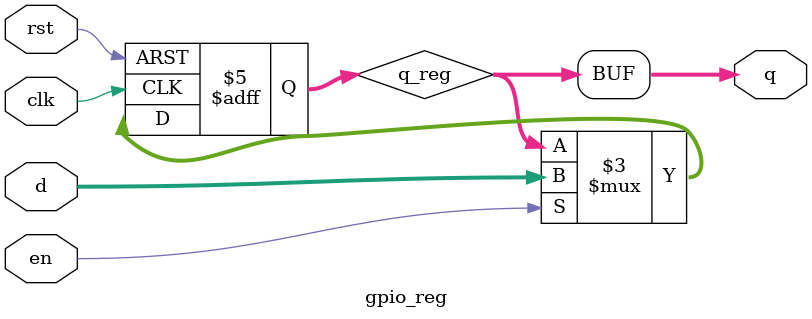
<source format=sv>
`timescale 1ns / 1ps


module gpio #(localparam N = 32) (
        input  wire         clk,
        input  wire         rst,
        input  wire         we,
        input  wire [3:2]   a,
        input  wire [N-1:0] gpi1,
        input  wire [N-1:0] gpi2,
        input  wire [N-1:0] wd,
        output wire [N-1:0] gpo1,
        output wire [N-1:0] gpo2,
        output wire [N-1:0] rd
    );

    reg [N-1:0] rd_reg;
    wire [31:0] gpo1_w, gpo2_w;
    wire [1:0] rd_sel;
    wire we1, we2;

    gpio_reg gpo1_reg (
        .clk        (clk),
        .rst        (rst),
        .d          (wd),
        .en         (we1),
        .q          (gpo1_w)
    );

    gpio_reg gpo2_reg (
        .clk        (clk),
        .rst        (rst),
        .d          (wd),
        .en         (we2),
        .q          (gpo2_w)
    );

    gpio_ad decoder (
        .a          (a),
        .we         (we),
        .we1        (we1),
        .we2        (we2),
        .rd_sel     (rd_sel)
    );

    always_comb begin
        case (rd_sel)
            2'b00: rd_reg = gpi1;
            2'b01: rd_reg = gpi2;
            2'b10: rd_reg = gpo1_w;
            2'b11: rd_reg = gpo2_w;
            default: rd_reg = {(N-1){1'bx}};
        endcase
    end

    assign rd = rd_reg;
    assign gpo1 = gpo1_w;
    assign gpo2 = gpo2_w;

endmodule

module gpio_ad (
    input  wire [1:0] a,
    input  wire       we,
    output wire       we1,
    output wire       we2,
    output wire [1:0] rd_sel
);

    reg we1_reg, we2_reg;

    always_comb begin
        case (a)
            2'b00: begin
                we1_reg = 1'b0;
                we2_reg = 1'b0;
            end
            2'b01: begin
                we1_reg = 1'b0;
                we2_reg = 1'b0;
            end
            2'b10: begin
                we1_reg = we;
                we2_reg = 1'b0;
            end
            2'b11: begin
                we1_reg = 1'b0;
                we2_reg = we;
            end
            default: begin
                we1_reg = 1'bx;
                we2_reg = 1'bx;
            end
        endcase
    end

    assign we1 = we1_reg;
    assign we2 = we2_reg;
    assign rd_sel = a;

endmodule

module gpio_reg #(localparam N = 32) (
    input  wire         clk,
    input  wire         rst,
    input  wire [N-1:0] d,
    input  wire         en,
    output wire [N-1:0] q
);

    reg [N-1:0] q_reg;

    always @ (posedge clk, posedge rst) begin

        if (rst) q_reg <= 0;
        else if (en) q_reg <= d;
        else q_reg <= q_reg;

    end

    assign q = q_reg;

endmodule
</source>
